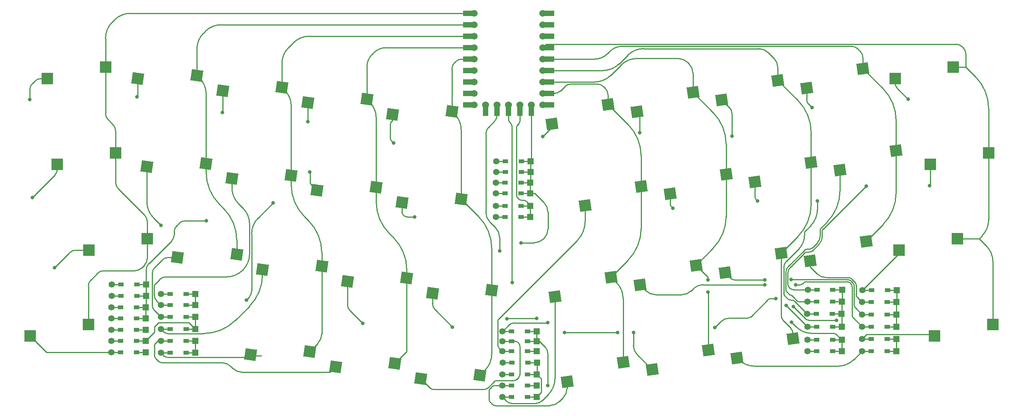
<source format=gbr>
G04 #@! TF.GenerationSoftware,KiCad,Pcbnew,7.0.1-0*
G04 #@! TF.CreationDate,2023-07-08T08:54:48+09:00*
G04 #@! TF.ProjectId,cool838ax,636f6f6c-3833-4386-9178-2e6b69636164,rev?*
G04 #@! TF.SameCoordinates,Original*
G04 #@! TF.FileFunction,Copper,L2,Bot*
G04 #@! TF.FilePolarity,Positive*
%FSLAX46Y46*%
G04 Gerber Fmt 4.6, Leading zero omitted, Abs format (unit mm)*
G04 Created by KiCad (PCBNEW 7.0.1-0) date 2023-07-08 08:54:48*
%MOMM*%
%LPD*%
G01*
G04 APERTURE LIST*
G04 Aperture macros list*
%AMRotRect*
0 Rectangle, with rotation*
0 The origin of the aperture is its center*
0 $1 length*
0 $2 width*
0 $3 Rotation angle, in degrees counterclockwise*
0 Add horizontal line*
21,1,$1,$2,0,0,$3*%
G04 Aperture macros list end*
G04 #@! TA.AperFunction,SMDPad,CuDef*
%ADD10R,2.550000X2.500000*%
G04 #@! TD*
G04 #@! TA.AperFunction,SMDPad,CuDef*
%ADD11RotRect,2.550000X2.500000X352.000000*%
G04 #@! TD*
G04 #@! TA.AperFunction,SMDPad,CuDef*
%ADD12RotRect,2.550000X2.500000X8.000000*%
G04 #@! TD*
G04 #@! TA.AperFunction,ComponentPad*
%ADD13R,1.397000X1.397000*%
G04 #@! TD*
G04 #@! TA.AperFunction,SMDPad,CuDef*
%ADD14R,1.300000X0.950000*%
G04 #@! TD*
G04 #@! TA.AperFunction,ComponentPad*
%ADD15C,1.397000*%
G04 #@! TD*
G04 #@! TA.AperFunction,ComponentPad*
%ADD16C,1.524000*%
G04 #@! TD*
G04 #@! TA.AperFunction,SMDPad,CuDef*
%ADD17R,2.000000X1.200000*%
G04 #@! TD*
G04 #@! TA.AperFunction,SMDPad,CuDef*
%ADD18R,1.200000X2.000000*%
G04 #@! TD*
G04 #@! TA.AperFunction,ViaPad*
%ADD19C,0.800000*%
G04 #@! TD*
G04 #@! TA.AperFunction,Conductor*
%ADD20C,0.250000*%
G04 #@! TD*
G04 APERTURE END LIST*
D10*
X-236513475Y108684267D03*
X-249440475Y106144267D03*
D11*
X-216221932Y106841283D03*
X-229376627Y106125092D03*
X-197357325Y104190035D03*
X-210512020Y103473844D03*
X-178492719Y101538788D03*
X-191647414Y100822597D03*
X-159628112Y98887540D03*
X-172782807Y98171349D03*
D12*
X-124985883Y100422573D03*
X-137433579Y96108201D03*
X-106121276Y103073820D03*
X-118568972Y98759448D03*
X-87256670Y105725068D03*
X-99704366Y101410696D03*
X-68392063Y108376316D03*
X-80839759Y104061944D03*
D11*
X-195292421Y84662617D03*
X-208447116Y83946426D03*
X-176427814Y82011369D03*
X-189582509Y81295178D03*
X-157563208Y79360122D03*
X-170717903Y78643931D03*
D12*
X-117618484Y82220778D03*
X-130066180Y77906406D03*
X-98753877Y84872026D03*
X-111201573Y80557654D03*
X-79889270Y87523273D03*
X-92336966Y83208901D03*
X-61024664Y90174521D03*
X-73472360Y85860149D03*
D10*
X-40488975Y89634266D03*
X-53415975Y87094266D03*
D11*
X-207375972Y67123634D03*
X-220530667Y66407443D03*
X-188511365Y64472386D03*
X-201666060Y63756195D03*
X-169646759Y61821139D03*
X-182801454Y61104948D03*
X-150782152Y59169891D03*
X-163936847Y58453700D03*
D10*
X-48335000Y108720000D03*
X-61262000Y106180000D03*
X-234265000Y89650000D03*
X-247192000Y87110000D03*
D11*
X-191178012Y45545677D03*
X-204332707Y44829486D03*
D10*
X-47435000Y70550000D03*
X-60362000Y68010000D03*
X-227265000Y70570000D03*
X-240192000Y68030000D03*
D11*
X-172266888Y42881679D03*
X-185421583Y42165488D03*
D12*
X-121620451Y43180761D03*
X-134068147Y38866389D03*
D13*
X-73073475Y56576266D03*
D14*
X-75108475Y56576266D03*
X-78658475Y56576266D03*
D15*
X-80693475Y56576266D03*
D13*
X-140843475Y45626266D03*
D14*
X-142878475Y45626266D03*
X-146428475Y45626266D03*
D15*
X-148463475Y45626266D03*
D12*
X-67653926Y69997027D03*
X-80101622Y65682655D03*
D13*
X-140843475Y37968766D03*
D14*
X-142878475Y37968766D03*
X-146428475Y37968766D03*
D15*
X-148463475Y37968766D03*
D13*
X-142238475Y75400266D03*
D14*
X-144273475Y75400266D03*
X-147823475Y75400266D03*
D15*
X-149858475Y75400266D03*
D13*
X-227563475Y45366266D03*
D14*
X-229598475Y45366266D03*
X-233148475Y45366266D03*
D15*
X-235183475Y45366266D03*
D12*
X-86543926Y67357027D03*
X-98991622Y63042655D03*
D13*
X-227563475Y50374266D03*
D14*
X-229598475Y50374266D03*
X-233148475Y50374266D03*
D15*
X-235183475Y50374266D03*
D13*
X-140743475Y43086266D03*
D14*
X-142778475Y43086266D03*
X-146328475Y43086266D03*
D15*
X-148363475Y43086266D03*
D13*
X-60958475Y56506266D03*
D14*
X-62993475Y56506266D03*
X-66543475Y56506266D03*
D15*
X-68578475Y56506266D03*
D13*
X-60953475Y53756266D03*
D14*
X-62988475Y53756266D03*
X-66538475Y53756266D03*
D15*
X-68573475Y53756266D03*
D13*
X-216603475Y45266266D03*
D14*
X-218638475Y45266266D03*
X-222188475Y45266266D03*
D15*
X-224223475Y45266266D03*
D12*
X-105433926Y64687027D03*
X-117881622Y60372655D03*
D13*
X-142213475Y80616266D03*
D14*
X-144248475Y80616266D03*
X-147798475Y80616266D03*
D15*
X-149833475Y80616266D03*
D13*
X-73103475Y48146266D03*
D14*
X-75138475Y48146266D03*
X-78688475Y48146266D03*
D15*
X-80723475Y48146266D03*
D13*
X-216598475Y58346266D03*
D14*
X-218633475Y58346266D03*
X-222183475Y58346266D03*
D15*
X-224218475Y58346266D03*
D13*
X-60953475Y45566266D03*
D14*
X-62988475Y45566266D03*
X-66538475Y45566266D03*
D15*
X-68573475Y45566266D03*
D11*
X-214170925Y87294944D03*
X-227325620Y86578753D03*
D13*
X-73103475Y45566266D03*
D14*
X-75138475Y45566266D03*
X-78688475Y45566266D03*
D15*
X-80723475Y45566266D03*
D10*
X-240323475Y51534267D03*
X-253250475Y48994267D03*
D13*
X-227533475Y57916266D03*
D14*
X-229568475Y57916266D03*
X-233118475Y57916266D03*
D15*
X-235153475Y57916266D03*
D13*
X-140783475Y40476266D03*
D14*
X-142818475Y40476266D03*
X-146368475Y40476266D03*
D15*
X-148403475Y40476266D03*
D13*
X-140795000Y49980000D03*
D14*
X-142830000Y49980000D03*
X-146380000Y49980000D03*
D15*
X-148415000Y49980000D03*
D13*
X-216603475Y55842266D03*
D14*
X-218638475Y55842266D03*
X-222188475Y55842266D03*
D15*
X-224223475Y55842266D03*
D13*
X-216603475Y47910266D03*
D14*
X-218638475Y47910266D03*
X-222188475Y47910266D03*
D15*
X-224223475Y47910266D03*
D13*
X-142153475Y87730266D03*
D14*
X-144188475Y87730266D03*
X-147738475Y87730266D03*
D15*
X-149773475Y87730266D03*
D13*
X-73028475Y59276266D03*
D14*
X-75063475Y59276266D03*
X-78613475Y59276266D03*
D15*
X-80648475Y59276266D03*
D13*
X-227563475Y55382266D03*
D14*
X-229598475Y55382266D03*
X-233148475Y55382266D03*
D15*
X-235183475Y55382266D03*
D13*
X-60878475Y59166266D03*
D14*
X-62913475Y59166266D03*
X-66463475Y59166266D03*
D15*
X-68498475Y59166266D03*
D12*
X-102731013Y45823762D03*
X-115178709Y41509390D03*
D13*
X-227563475Y52878266D03*
D14*
X-229598475Y52878266D03*
X-233148475Y52878266D03*
D15*
X-235183475Y52878266D03*
D13*
X-60953475Y48296266D03*
D14*
X-62988475Y48296266D03*
X-66538475Y48296266D03*
D15*
X-68573475Y48296266D03*
D10*
X-39536475Y51534266D03*
X-52463475Y48994266D03*
D13*
X-142143475Y85358933D03*
D14*
X-144178475Y85358933D03*
X-147728475Y85358933D03*
D15*
X-149763475Y85358933D03*
D13*
X-142238475Y77866266D03*
D14*
X-144273475Y77866266D03*
X-147823475Y77866266D03*
D15*
X-149858475Y77866266D03*
D13*
X-140843475Y35416266D03*
D14*
X-142878475Y35416266D03*
X-146428475Y35416266D03*
D15*
X-148463475Y35416266D03*
D13*
X-227473475Y60396266D03*
D14*
X-229508475Y60396266D03*
X-233058475Y60396266D03*
D15*
X-235093475Y60396266D03*
D13*
X-227563475Y47870266D03*
D14*
X-229598475Y47870266D03*
X-233148475Y47870266D03*
D15*
X-235183475Y47870266D03*
D13*
X-73108475Y51016266D03*
D14*
X-75143475Y51016266D03*
X-78693475Y51016266D03*
D15*
X-80728475Y51016266D03*
D12*
X-124294488Y62040028D03*
X-136742184Y57725656D03*
D13*
X-60953475Y51026266D03*
D14*
X-62988475Y51026266D03*
X-66538475Y51026266D03*
D15*
X-68573475Y51026266D03*
D13*
X-216603475Y50554266D03*
D14*
X-218638475Y50554266D03*
X-222188475Y50554266D03*
D15*
X-224223475Y50554266D03*
D13*
X-73178475Y53906266D03*
D14*
X-75213475Y53906266D03*
X-78763475Y53906266D03*
D15*
X-80798475Y53906266D03*
D11*
X-153408012Y40265677D03*
X-166562707Y39549486D03*
D12*
X-83871013Y48393762D03*
X-96318709Y44079390D03*
D13*
X-142213475Y82987600D03*
D14*
X-144248475Y82987600D03*
X-147798475Y82987600D03*
D15*
X-149833475Y82987600D03*
D13*
X-140780000Y47840000D03*
D14*
X-142815000Y47840000D03*
X-146365000Y47840000D03*
D15*
X-148400000Y47840000D03*
D13*
X-216603475Y53198266D03*
D14*
X-218638475Y53198266D03*
X-222188475Y53198266D03*
D15*
X-224223475Y53198266D03*
D16*
X-154663475Y120626266D03*
D17*
X-156133475Y120626266D03*
D16*
X-154663475Y118086266D03*
D17*
X-156133475Y118086266D03*
D16*
X-154663475Y115546266D03*
D17*
X-156133475Y115546266D03*
D16*
X-154663475Y113006266D03*
D17*
X-156133475Y113006266D03*
D16*
X-154663475Y110466266D03*
D17*
X-156133475Y110466266D03*
D16*
X-154663475Y107926266D03*
D17*
X-156133475Y107926266D03*
D16*
X-154663475Y105386266D03*
D17*
X-156133475Y105386266D03*
D16*
X-154663475Y102846266D03*
D17*
X-156133475Y102846266D03*
D16*
X-154663475Y100306266D03*
D17*
X-156133475Y100306266D03*
D18*
X-152123475Y98846266D03*
D16*
X-152123475Y100306266D03*
D18*
X-149583475Y98836266D03*
D16*
X-149583475Y100306266D03*
D18*
X-147043475Y98846266D03*
D16*
X-147043475Y100306266D03*
X-144503475Y100306266D03*
D18*
X-144513475Y98836266D03*
X-141953475Y98846266D03*
D16*
X-141963475Y100306266D03*
D17*
X-137953475Y100306266D03*
D16*
X-139423475Y100306266D03*
D17*
X-137953475Y102846266D03*
D16*
X-139423475Y102846266D03*
D17*
X-137953475Y105386266D03*
D16*
X-139423475Y105386266D03*
D17*
X-137953475Y107926266D03*
D16*
X-139423475Y107926266D03*
D17*
X-137953475Y110466266D03*
D16*
X-139423475Y110466266D03*
D17*
X-137953475Y113006266D03*
D16*
X-139423475Y113006266D03*
D17*
X-137953475Y115546266D03*
D16*
X-139423475Y115546266D03*
D17*
X-137953475Y118086266D03*
D16*
X-139423475Y118086266D03*
D17*
X-137953475Y120626266D03*
D16*
X-139423475Y120626266D03*
D19*
X-83340000Y60310000D03*
X-159480000Y50940000D03*
X-147420000Y52790000D03*
X-140843475Y52856266D03*
X-205250000Y56970000D03*
X-199280000Y78516266D03*
X-229540000Y102090000D03*
X-224218475Y73580198D03*
X-119340000Y49790000D03*
X-134650000Y49740000D03*
X-122860000Y49760000D03*
X-138360000Y51930000D03*
X-102750000Y61450000D03*
X-102750000Y58690000D03*
X-84260000Y52050000D03*
X-214093475Y74556266D03*
X-144243475Y69666266D03*
X-101283475Y50836266D03*
X-74223475Y52496266D03*
X-146253475Y60836266D03*
X-83853475Y55486266D03*
X-87683475Y57296266D03*
X-138333475Y37968766D03*
X-149043475Y67856266D03*
X-253333475Y101486266D03*
X-210563475Y98576266D03*
X-191623475Y96606266D03*
X-172563475Y91806266D03*
X-139433475Y93286266D03*
X-117973475Y94096266D03*
X-97453475Y93356266D03*
X-79703475Y99726266D03*
X-191153475Y85406266D03*
X-167863475Y75426266D03*
X-85443475Y55796266D03*
X-110553475Y77386266D03*
X-91793475Y78926266D03*
X-78503475Y78966266D03*
X-67643475Y82296266D03*
X-53613475Y82366266D03*
X-179403475Y51746266D03*
X-90193475Y60376266D03*
X-84333475Y61486266D03*
X-90213475Y61456266D03*
X-58363475Y101546266D03*
X-252723475Y79736266D03*
X-247853475Y64106266D03*
D20*
X-80895786Y61036265D02*
G75*
G03*
X-81602892Y60743372I-3J-999993D01*
G01*
X-82450480Y60310001D02*
G75*
G03*
X-81743374Y60602894I1J999998D01*
G01*
X-81743373Y60602893D02*
X-81602893Y60743373D01*
X-74523475Y61036266D02*
X-80895786Y61036266D01*
X-83340000Y60310000D02*
X-82450480Y60310000D01*
X-85058474Y60480175D02*
G75*
G03*
X-84765581Y59773069I999998J-1D01*
G01*
X-84561673Y59569159D02*
X-84765582Y59773068D01*
X-152246618Y41427071D02*
G75*
G03*
X-150782152Y44962605I-3535532J3535533D01*
G01*
X-150782152Y59169891D02*
X-150782152Y44962605D01*
X-152246618Y41427071D02*
X-153408012Y40265677D01*
X-149157107Y52822635D02*
G75*
G03*
X-149450000Y52115528I707101J-707104D01*
G01*
X-147353734Y52856266D02*
X-147420000Y52790000D01*
X-140843475Y52856266D02*
X-147353734Y52856266D01*
X-131823539Y70146202D02*
G75*
G03*
X-130066180Y74388842I-4242644J4242642D01*
G01*
X-132663475Y69306266D02*
X-132673475Y69306266D01*
X-149449999Y47027005D02*
G75*
G03*
X-149157106Y46319899I999993J-3D01*
G01*
X-149157107Y46319898D02*
X-148463475Y45626266D01*
X-130066180Y77906406D02*
X-130066180Y74388842D01*
X-131823539Y70146202D02*
X-132663475Y69306266D01*
X-132673475Y69306266D02*
X-149157107Y52822635D01*
X-149450000Y52115528D02*
X-149450000Y47027005D01*
X-144520001Y46665786D02*
G75*
G03*
X-144812894Y47372892I-999993J3D01*
G01*
X-144987107Y47547107D02*
G75*
G03*
X-145694214Y47840000I-707104J-707101D01*
G01*
X-145920504Y39063711D02*
G75*
G03*
X-145213398Y39356604I3J999993D01*
G01*
X-144812893Y39757107D02*
G75*
G03*
X-144520000Y40464214I-707101J707104D01*
G01*
X-163936846Y56225274D02*
G75*
G03*
X-163351059Y54811061I1999999J0D01*
G01*
X-163936847Y58453700D02*
X-163936847Y56225274D01*
X-163351060Y54811060D02*
X-159480000Y50940000D01*
X-149621316Y39063709D02*
G75*
G03*
X-150328422Y38770816I-3J-999993D01*
G01*
X-146365000Y47840000D02*
X-145694214Y47840000D01*
X-152413454Y37100001D02*
G75*
G03*
X-151706348Y37392894I1J999998D01*
G01*
X-164406114Y37392893D02*
G75*
G03*
X-163699007Y37100000I707104J707101D01*
G01*
X-144987107Y47547107D02*
X-144812893Y47372893D01*
X-144520000Y46665786D02*
X-144520000Y40464214D01*
X-144812893Y39757107D02*
X-145213397Y39356603D01*
X-145920504Y39063710D02*
X-149621316Y39063710D01*
X-150328423Y38770817D02*
X-151706347Y37392893D01*
X-152413454Y37100000D02*
X-163699007Y37100000D01*
X-164406114Y37392893D02*
X-166562707Y39549486D01*
X-204669261Y57550739D02*
G75*
G03*
X-204083475Y58964952I-1414214J1414213D01*
G01*
X-202619009Y75177257D02*
G75*
G03*
X-204083475Y71641723I3535532J-3535533D01*
G01*
X-205250000Y56970000D02*
X-204669261Y57550739D01*
X-204083475Y58964952D02*
X-204083475Y71641723D01*
X-202619009Y75177257D02*
X-199280000Y78516266D01*
X-229376627Y102253373D02*
X-229376627Y106125092D01*
X-229540000Y102090000D02*
X-229376627Y102253373D01*
X-227325620Y78758411D02*
G75*
G03*
X-225861154Y75222877I4999998J-1D01*
G01*
X-227265001Y74426573D02*
G75*
G03*
X-227850787Y75840785I-1999999J0D01*
G01*
X-234264999Y83083427D02*
G75*
G03*
X-233679212Y81669214I1999999J0D01*
G01*
X-234265001Y94496573D02*
G75*
G03*
X-234850787Y95910785I-1999999J0D01*
G01*
X-236513474Y98401902D02*
G75*
G03*
X-235927687Y96987689I1999999J0D01*
G01*
X-236513475Y98401902D02*
X-236513475Y108684267D01*
X-234265000Y89650000D02*
X-234265000Y83083427D01*
X-233679213Y81669213D02*
X-227850786Y75840786D01*
X-227265000Y74426573D02*
X-227265000Y70570000D01*
X-235927688Y96987688D02*
X-234850786Y95910786D01*
X-234265000Y94496573D02*
X-234265000Y89650000D01*
X-220674213Y73485787D02*
G75*
G03*
X-221260000Y72071573I1414213J-1414214D01*
G01*
X-221845786Y70084214D02*
G75*
G03*
X-221260000Y71498427I-1414214J1414213D01*
G01*
X-218775307Y74556265D02*
G75*
G03*
X-220189519Y73970479I0J-1999999D01*
G01*
X-226887688Y65070420D02*
G75*
G03*
X-227473475Y63656206I1414213J-1414214D01*
G01*
X-227473475Y60396266D02*
X-227473475Y63656206D01*
X-226887688Y65070420D02*
X-226859580Y65070420D01*
X-226859580Y65070420D02*
X-221845786Y70084214D01*
X-221260000Y71498427D02*
X-221260000Y72071573D01*
X-220674213Y73485787D02*
X-220189520Y73970480D01*
X-218775307Y74556266D02*
X-214093475Y74556266D01*
X-227325620Y86578753D02*
X-227325620Y78758411D01*
X-225861154Y75222877D02*
X-224218475Y73580198D01*
X-236891573Y63469999D02*
G75*
G03*
X-238305786Y62884212I0J-1999999D01*
G01*
X-229958427Y63470001D02*
G75*
G03*
X-228544215Y64055787I0J1999999D01*
G01*
X-227850787Y64749213D02*
G75*
G03*
X-227265000Y66163427I-1414213J1414214D01*
G01*
X-239737689Y61452311D02*
G75*
G03*
X-240323475Y60038098I1414214J-1414213D01*
G01*
X-229958427Y63470000D02*
X-236891573Y63470000D01*
X-227265000Y70570000D02*
X-227265000Y66163427D01*
X-227850787Y64749213D02*
X-228544214Y64055786D01*
X-240323475Y57310000D02*
X-240323475Y51534267D01*
X-240323475Y60038098D02*
X-240323475Y57310000D01*
X-238305787Y62884213D02*
X-239737689Y61452311D01*
X-247777787Y84681954D02*
G75*
G03*
X-247192000Y86096168I-1414213J1414214D01*
G01*
X-247192000Y87110000D02*
X-247192000Y86096168D01*
X-247777787Y84681954D02*
X-252723475Y79736266D01*
X-243101314Y68029999D02*
G75*
G03*
X-244515527Y67444212I0J-1999999D01*
G01*
X-240192000Y68030000D02*
X-243101314Y68030000D01*
X-244515528Y67444213D02*
X-247853475Y64106266D01*
X-61261999Y105273218D02*
G75*
G03*
X-60676212Y103859005I1999999J0D01*
G01*
X-48335000Y108720000D02*
X-45573208Y108720000D01*
X-45573208Y108720000D02*
X-45537475Y108684267D01*
X-61262000Y106180000D02*
X-61262000Y105273218D01*
X-60676213Y103859004D02*
X-58363475Y101546266D01*
X-60362000Y68010000D02*
X-60362000Y67302741D01*
X-60362000Y67302741D02*
X-68498475Y59166266D01*
X-47435000Y70550000D02*
X-42618241Y70550000D01*
X-42618241Y70550000D02*
X-42583975Y70584266D01*
X-83871014Y49336419D02*
G75*
G03*
X-84456801Y50750632I-1999999J0D01*
G01*
X-86543925Y53666186D02*
G75*
G03*
X-85958139Y52251974I1999999J0D01*
G01*
X-86543926Y53666186D02*
X-86543926Y54250000D01*
X-86543926Y67357027D02*
X-86543926Y54250000D01*
X-83871013Y48393762D02*
X-83871013Y49336419D01*
X-84456800Y50750633D02*
X-85958140Y52251973D01*
X-138333476Y45125198D02*
G75*
G03*
X-138919262Y46539410I-1999999J0D01*
G01*
X-145674073Y51892499D02*
G75*
G03*
X-147088285Y51306713I0J-1999999D01*
G01*
X-119340000Y46913322D02*
G75*
G03*
X-118461320Y44792001I3000005J2D01*
G01*
X-134650000Y49740000D02*
X-122880000Y49740000D01*
X-148415000Y49980000D02*
X-147088286Y51306714D01*
X-145674073Y51892500D02*
X-138397500Y51892500D01*
X-122880000Y49740000D02*
X-122860000Y49760000D01*
X-138397500Y51892500D02*
X-138360000Y51930000D01*
X-119340000Y49790000D02*
X-119340000Y46913322D01*
X-118461320Y44792001D02*
X-115178709Y41509390D01*
X-102731013Y45823762D02*
X-102731013Y58671013D01*
X-102731013Y58671013D02*
X-102750000Y58690000D01*
X-102750000Y61450000D02*
X-102750000Y62003101D01*
X-102750000Y62003101D02*
X-105433926Y64687027D01*
X-148415000Y49980000D02*
X-146380000Y49980000D01*
X-148400000Y47840000D02*
X-146365000Y47840000D01*
X-140780000Y47840000D02*
X-142815000Y47840000D01*
X-140795000Y49980000D02*
X-142830000Y49980000D01*
X-140795000Y49980000D02*
X-140795000Y47855000D01*
X-140795000Y47855000D02*
X-140780000Y47840000D01*
X-140780000Y47840000D02*
X-140219850Y47840000D01*
X-140219850Y47840000D02*
X-138919261Y46539411D01*
X-189390045Y47333644D02*
G75*
G03*
X-188511365Y49454965I-2121325J2121323D01*
G01*
X-188511365Y64472386D02*
X-188511365Y49454965D01*
X-189390045Y47333644D02*
X-191178012Y45545677D01*
X-208641320Y42167586D02*
G75*
G03*
X-210762641Y43046266I-2121323J-2121325D01*
G01*
X-208272413Y41798679D02*
G75*
G03*
X-206151093Y40920000I2121319J2121319D01*
G01*
X-225673474Y44730480D02*
G75*
G03*
X-225380581Y44023374I999993J-3D01*
G01*
X-224696368Y43339159D02*
G75*
G03*
X-223989261Y43046266I707106J707106D01*
G01*
X-224223475Y47910266D02*
X-224849475Y47910266D01*
X-225380582Y47379159D02*
G75*
G03*
X-225673475Y46672052I707106J-707106D01*
G01*
X-224849475Y47910266D02*
X-225380582Y47379159D01*
X-225673475Y46672052D02*
X-225673475Y44730480D01*
X-225380582Y44023373D02*
X-224696368Y43339159D01*
X-223989261Y43046266D02*
X-210762641Y43046266D01*
X-208641320Y42167586D02*
X-208272413Y41798679D01*
X-206151093Y40920000D02*
X-186667071Y40920000D01*
X-186667071Y40920000D02*
X-185421583Y42165488D01*
X-169646759Y61821139D02*
X-169646759Y45501808D01*
X-169646759Y45501808D02*
X-172266888Y42881679D01*
X-134946826Y35243174D02*
G75*
G03*
X-134068147Y37364494I-2121319J2121319D01*
G01*
X-137896375Y33536266D02*
G75*
G03*
X-135775054Y34414946I-2J3000005D01*
G01*
X-149979261Y33536266D02*
X-137896375Y33536266D01*
X-134068147Y37364494D02*
X-134068147Y38866389D01*
X-135775054Y34414946D02*
X-134946826Y35243174D01*
X-83210732Y51020732D02*
G75*
G03*
X-79675198Y49556266I3535533J3535532D01*
G01*
X-78660000Y49556266D02*
X-79675198Y49556266D01*
X-83210732Y51020732D02*
X-84240000Y52050000D01*
X-78660000Y49556266D02*
X-74927689Y49556266D01*
X-84240000Y52050000D02*
X-84260000Y52050000D01*
X-73937158Y42273651D02*
G75*
G03*
X-70401624Y43738117I1J4999998D01*
G01*
X-95977436Y43738117D02*
G75*
G03*
X-92441902Y42273651I3535533J3535532D01*
G01*
X-92441902Y42273651D02*
X-73937158Y42273651D01*
X-70401624Y43738117D02*
X-68573475Y45566266D01*
X-96318709Y44079390D02*
X-95977436Y43738117D01*
X-121620451Y57294923D02*
G75*
G03*
X-123084917Y60830457I-4999998J1D01*
G01*
X-124294488Y62040028D02*
X-123084917Y60830457D01*
X-121620451Y57294923D02*
X-121620451Y43180761D01*
X-73103475Y48146266D02*
X-73103475Y45566266D01*
X-144188475Y87730266D02*
X-142153475Y87730266D01*
X-229508475Y60396266D02*
X-227473475Y60396266D01*
X-142143475Y83057600D02*
X-142213475Y82987600D01*
X-138303475Y72758907D02*
X-138303475Y76473625D01*
X-142213475Y80616266D02*
X-144248475Y80616266D01*
X-227563475Y55382266D02*
X-227563475Y52878266D01*
X-141203475Y80616266D02*
X-142213475Y80616266D01*
X-227533475Y57916266D02*
X-227533475Y60336266D01*
X-229568475Y57916266D02*
X-227533475Y57916266D01*
X-229598475Y55382266D02*
X-227563475Y55382266D01*
X-227533475Y55412266D02*
X-227563475Y55382266D01*
X-144243475Y69666266D02*
X-141396116Y69666266D01*
X-142143475Y85358933D02*
X-144178475Y85358933D01*
X-142143475Y85358933D02*
X-142143475Y83057600D01*
X-227533475Y60336266D02*
X-227473475Y60396266D01*
X-142143475Y85358933D02*
X-142143475Y87720266D01*
X-141963475Y100306266D02*
X-141963475Y87920266D01*
X-73103475Y45566266D02*
X-75138475Y45566266D01*
X-75138475Y48146266D02*
X-73103475Y48146266D01*
X-139274795Y70544946D02*
X-139182154Y70637587D01*
X-74220582Y49263373D02*
X-73103475Y48146266D01*
X-229598475Y52878266D02*
X-227563475Y52878266D01*
X-142143475Y87720266D02*
X-142153475Y87730266D01*
X-139182155Y78594946D02*
X-141203475Y80616266D01*
X-141963475Y87920266D02*
X-142153475Y87730266D01*
X-144248475Y82987600D02*
X-142213475Y82987600D01*
X-142213475Y82987600D02*
X-142213475Y80616266D01*
X-227533475Y57916266D02*
X-227533475Y55412266D01*
X-74220582Y49263373D02*
G75*
G03*
X-74927689Y49556266I-707104J-707101D01*
G01*
X-138303475Y76473625D02*
G75*
G03*
X-139182155Y78594946I-3000005J-2D01*
G01*
X-139182154Y70637587D02*
G75*
G03*
X-138303475Y72758907I-2121319J2121319D01*
G01*
X-141396116Y69666266D02*
G75*
G03*
X-139274795Y70544946I-2J3000005D01*
G01*
X-145265474Y95215786D02*
X-145265474Y80272479D01*
X-142238475Y78061266D02*
X-142238475Y77866266D01*
X-73103475Y53718266D02*
X-73103475Y51156266D01*
X-73073475Y56576266D02*
X-75108475Y56576266D01*
X-73028475Y59276266D02*
X-73028475Y56631266D01*
X-218638475Y55842266D02*
X-216603475Y55842266D01*
X-73043475Y56616266D02*
X-73043475Y53778266D01*
X-73178475Y53906266D02*
X-75213475Y53906266D01*
X-140843475Y45626266D02*
X-142878475Y45626266D01*
X-144796368Y96099106D02*
X-144972581Y95922893D01*
X-144099261Y79106266D02*
X-143697689Y79106266D01*
X-142238475Y75400266D02*
X-142238475Y77866266D01*
X-75063475Y59276266D02*
X-73028475Y59276266D01*
X-142238475Y77866266D02*
X-144273475Y77866266D01*
X-144972581Y79565372D02*
X-144806368Y79399159D01*
X-144273475Y75400266D02*
X-142238475Y75400266D01*
X-73043475Y53778266D02*
X-73103475Y53718266D01*
X-216598475Y58346266D02*
X-216598475Y55847266D01*
X-144503475Y100306266D02*
X-144503475Y96806213D01*
X-216598475Y55847266D02*
X-216603475Y55842266D01*
X-229598475Y50374266D02*
X-227563475Y50374266D01*
X-142990582Y78813373D02*
X-142238475Y78061266D01*
X-73108475Y51016266D02*
X-75143475Y51016266D01*
X-218633475Y58346266D02*
X-216598475Y58346266D01*
X-144972581Y95922893D02*
G75*
G03*
X-145265474Y95215786I707101J-707104D01*
G01*
X-144806368Y79399159D02*
G75*
G03*
X-144099261Y79106266I707104J707101D01*
G01*
X-145265473Y80272479D02*
G75*
G03*
X-144972580Y79565373I999993J-3D01*
G01*
X-144796368Y96099106D02*
G75*
G03*
X-144503475Y96806213I-707101J707104D01*
G01*
X-142990582Y78813373D02*
G75*
G03*
X-143697689Y79106266I-707104J-707101D01*
G01*
X-60878475Y56586266D02*
X-60958475Y56506266D01*
X-97910834Y52966266D02*
X-94313475Y52966266D01*
X-140783475Y40476266D02*
X-142818475Y40476266D01*
X-60953475Y53756266D02*
X-60953475Y56501266D01*
X-60878475Y59166266D02*
X-60878475Y56586266D01*
X-218638475Y50554266D02*
X-216603475Y50554266D01*
X-216603475Y53198266D02*
X-218638475Y53198266D01*
X-218025475Y51976266D02*
X-216603475Y50554266D01*
X-227563475Y47870266D02*
X-225633475Y49800266D01*
X-140843475Y35416266D02*
X-139819975Y36439766D01*
X-101283475Y50836266D02*
X-100032154Y52087587D01*
X-146281476Y60864267D02*
X-146253475Y60836266D01*
X-60953475Y51026266D02*
X-60953475Y53756266D01*
X-216603475Y50554266D02*
X-216603475Y53198266D01*
X-146281476Y95495786D02*
X-146281476Y60864267D01*
X-60958475Y56506266D02*
X-62993475Y56506266D01*
X-146750582Y96379106D02*
X-146574369Y96202893D01*
X-225633475Y49800266D02*
X-225633475Y51026266D01*
X-147043475Y100306266D02*
X-147043475Y97086213D01*
X-94313475Y52966266D02*
X-93957689Y52966266D01*
X-139819975Y39512766D02*
X-140783475Y40476266D01*
X-62913475Y59166266D02*
X-60878475Y59166266D01*
X-227563475Y47870266D02*
X-229598475Y47870266D01*
X-88799261Y57296266D02*
X-87683475Y57296266D01*
X-140743475Y43086266D02*
X-140743475Y40516266D01*
X-224683475Y51976266D02*
X-218025475Y51976266D01*
X-83853475Y55486266D02*
X-81156368Y52789159D01*
X-60953475Y53756266D02*
X-62988475Y53756266D01*
X-140743475Y40516266D02*
X-140783475Y40476266D01*
X-80449261Y52496266D02*
X-74223475Y52496266D01*
X-139819975Y36439766D02*
X-139819975Y39512766D01*
X-60953475Y51026266D02*
X-62988475Y51026266D01*
X-60953475Y56501266D02*
X-60958475Y56506266D01*
X-225633475Y51026266D02*
X-224683475Y51976266D01*
X-140843475Y35416266D02*
X-142878475Y35416266D01*
X-142778475Y43086266D02*
X-140743475Y43086266D01*
X-93250582Y53259159D02*
X-89506368Y57003373D01*
X-97910834Y52966266D02*
G75*
G03*
X-100032154Y52087587I-1J-2999998D01*
G01*
X-81156368Y52789159D02*
G75*
G03*
X-80449261Y52496266I707106J707106D01*
G01*
X-147043474Y97086213D02*
G75*
G03*
X-146750581Y96379107I999993J-3D01*
G01*
X-93957689Y52966267D02*
G75*
G03*
X-93250583Y53259160I1J999998D01*
G01*
X-146281477Y95495786D02*
G75*
G03*
X-146574370Y96202892I-999993J3D01*
G01*
X-88799261Y57296265D02*
G75*
G03*
X-89506367Y57003372I-1J-999998D01*
G01*
X-216603475Y47910266D02*
X-216603475Y45266266D01*
X-140843475Y37968766D02*
X-142878475Y37968766D01*
X-152073475Y93901573D02*
X-152073475Y76408907D01*
X-60953475Y45566266D02*
X-60953475Y48296266D01*
X-149043475Y70893625D02*
X-149043475Y67856266D01*
X-60953475Y45566266D02*
X-62988475Y45566266D01*
X-149583475Y100306266D02*
X-149583475Y98048427D01*
X-60953475Y48296266D02*
X-62988475Y48296266D01*
X-150169262Y96634213D02*
X-151487689Y95315786D01*
X-151194795Y74287586D02*
X-149922154Y73014945D01*
X-218638475Y45266266D02*
X-216603475Y45266266D01*
X-138333475Y45125198D02*
X-138333475Y37968766D01*
X-229598475Y45366266D02*
X-227563475Y45366266D01*
X-216603475Y47910266D02*
X-218638475Y47910266D01*
X-151487689Y95315786D02*
G75*
G03*
X-152073475Y93901573I1414214J-1414213D01*
G01*
X-149043475Y70893625D02*
G75*
G03*
X-149922154Y73014945I-2999998J1D01*
G01*
X-152073475Y76408907D02*
G75*
G03*
X-151194795Y74287586I3000005J2D01*
G01*
X-150169262Y96634213D02*
G75*
G03*
X-149583475Y98048427I-1414213J1414214D01*
G01*
X-236513475Y115095198D02*
X-236513475Y108684267D01*
X-154663475Y120626266D02*
X-230982407Y120626266D01*
X-234517941Y119161800D02*
X-235049009Y118630732D01*
X-230982407Y120626266D02*
G75*
G03*
X-234517941Y119161800I-1J-4999998D01*
G01*
X-235049009Y118630732D02*
G75*
G03*
X-236513475Y115095198I3535532J-3535533D01*
G01*
X-214170925Y102719208D02*
X-214170925Y87294944D01*
X-216221932Y112696741D02*
X-216221932Y106841283D01*
X-154663475Y118086266D02*
X-210832407Y118086266D01*
X-207375972Y67123634D02*
X-207375972Y70239177D01*
X-216221932Y106841283D02*
X-215635391Y106254742D01*
X-214170925Y85318402D02*
X-214170925Y87294944D01*
X-214367941Y116621800D02*
X-214757466Y116232275D01*
X-210304904Y77310245D02*
X-211241993Y78247334D01*
X-207375973Y70239177D02*
G75*
G03*
X-210304904Y77310245I-10000006J-2D01*
G01*
X-210832407Y118086266D02*
G75*
G03*
X-214367941Y116621800I-1J-4999998D01*
G01*
X-214170924Y85318402D02*
G75*
G03*
X-211241993Y78247334I10000006J2D01*
G01*
X-214170925Y102719208D02*
G75*
G03*
X-215635391Y106254742I-4999998J1D01*
G01*
X-214757466Y116232275D02*
G75*
G03*
X-216221932Y112696741I3535532J-3535533D01*
G01*
X-154663475Y115546266D02*
X-191262407Y115546266D01*
X-195292421Y82573882D02*
X-195292421Y84662617D01*
X-194797941Y114081800D02*
X-195892859Y112986882D01*
X-195292421Y100054063D02*
X-195292421Y84662617D01*
X-188511365Y64472386D02*
X-188511365Y67508554D01*
X-197357325Y104190035D02*
X-196756887Y103589597D01*
X-191440297Y74579622D02*
X-192363489Y75502814D01*
X-197357325Y109451348D02*
X-197357325Y104190035D01*
X-195892859Y112986882D02*
G75*
G03*
X-197357325Y109451348I3535532J-3535533D01*
G01*
X-191262407Y115546266D02*
G75*
G03*
X-194797941Y114081800I-1J-4999998D01*
G01*
X-188511365Y67508554D02*
G75*
G03*
X-191440297Y74579622I-9999996J2D01*
G01*
X-195292421Y100054063D02*
G75*
G03*
X-196756887Y103589597I-4999998J1D01*
G01*
X-195292420Y82573882D02*
G75*
G03*
X-192363489Y75502814I10000006J2D01*
G01*
X-176427814Y97402815D02*
X-176427814Y82011369D01*
X-169646759Y61821139D02*
X-169646759Y63727414D01*
X-172575691Y70798482D02*
X-173498882Y71721673D01*
X-178492719Y108690168D02*
X-178492719Y101538788D01*
X-178492719Y101538788D02*
X-177892280Y100938349D01*
X-177005048Y111834693D02*
X-177321146Y111518595D01*
X-154663475Y113006266D02*
X-174176621Y113006266D01*
X-176427814Y78792741D02*
X-176427814Y82011369D01*
X-177321146Y111518595D02*
G75*
G03*
X-178492719Y108690168I2828426J-2828427D01*
G01*
X-176427814Y97402815D02*
G75*
G03*
X-177892280Y100938349I-4999998J1D01*
G01*
X-176427814Y78792741D02*
G75*
G03*
X-173498882Y71721673I9999996J-2D01*
G01*
X-174176621Y113006266D02*
G75*
G03*
X-177005048Y111834693I0J-3999999D01*
G01*
X-169646759Y63727414D02*
G75*
G03*
X-172575691Y70798482I-9999996J2D01*
G01*
X-159628112Y98887540D02*
X-159628112Y108243202D01*
X-157563208Y94751568D02*
X-157563208Y79360122D01*
X-159042325Y109657416D02*
X-158819261Y109880480D01*
X-159628112Y98887540D02*
X-159027674Y98287102D01*
X-150782152Y68436930D02*
X-150782152Y59169891D01*
X-157405048Y110466266D02*
X-154663475Y110466266D01*
X-157563208Y79360122D02*
X-153711084Y75507998D01*
X-150782152Y68436930D02*
G75*
G03*
X-153711084Y75507998I-9999996J2D01*
G01*
X-157405048Y110466265D02*
G75*
G03*
X-158819260Y109880479I0J-1999999D01*
G01*
X-157563208Y94751568D02*
G75*
G03*
X-159027674Y98287102I-4999998J1D01*
G01*
X-159042325Y109657416D02*
G75*
G03*
X-159628112Y108243202I1414213J-1414214D01*
G01*
X-120547416Y65787100D02*
X-124294488Y62040028D01*
X-117618484Y82220778D02*
X-117618484Y72858168D01*
X-135487688Y103432053D02*
X-134569261Y104350480D01*
X-124985883Y102530247D02*
X-124985883Y100422573D01*
X-139423475Y102846266D02*
X-136901902Y102846266D01*
X-133155048Y104936266D02*
X-127391902Y104936266D01*
X-117618484Y88913038D02*
X-117618484Y82220778D01*
X-124985883Y100422573D02*
X-120547416Y95984106D01*
X-125977688Y104350479D02*
X-125571669Y103944460D01*
X-117618484Y88913038D02*
G75*
G03*
X-120547416Y95984106I-9999996J2D01*
G01*
X-124985884Y102530247D02*
G75*
G03*
X-125571670Y103944459I-1999999J0D01*
G01*
X-125977688Y104350479D02*
G75*
G03*
X-127391902Y104936266I-1414214J-1414213D01*
G01*
X-120547416Y65787100D02*
G75*
G03*
X-117618484Y72858168I-7071075J7071070D01*
G01*
X-133155048Y104936265D02*
G75*
G03*
X-134569260Y104350479I0J-1999999D01*
G01*
X-136901902Y102846267D02*
G75*
G03*
X-135487689Y103432054I0J1999999D01*
G01*
X-127904543Y105386266D02*
X-139423475Y105386266D01*
X-101682809Y68438144D02*
X-105433926Y64687027D01*
X-106999956Y109432747D02*
X-107284796Y109717587D01*
X-98753877Y91564285D02*
X-98753877Y84872026D01*
X-122087941Y109131800D02*
X-124369009Y106850732D01*
X-109406116Y110596266D02*
X-118552407Y110596266D01*
X-106121276Y103073820D02*
X-101682809Y98635353D01*
X-98753877Y84872026D02*
X-98753877Y75509212D01*
X-106121276Y103073820D02*
X-106121276Y107311426D01*
X-107284796Y109717587D02*
G75*
G03*
X-109406116Y110596266I-2121319J-2121319D01*
G01*
X-101682809Y68438144D02*
G75*
G03*
X-98753877Y75509212I-7071064J7071066D01*
G01*
X-106121277Y107311426D02*
G75*
G03*
X-106999957Y109432746I-2999993J3D01*
G01*
X-98753878Y91564285D02*
G75*
G03*
X-101682809Y98635353I-10000006J-2D01*
G01*
X-127904543Y105386266D02*
G75*
G03*
X-124369009Y106850732I1J4999998D01*
G01*
X-118552407Y110596266D02*
G75*
G03*
X-122087941Y109131800I-1J-4999998D01*
G01*
X-87256670Y108516820D02*
X-87256670Y105725068D01*
X-82818202Y71082751D02*
X-86543926Y67357027D01*
X-79889270Y87523273D02*
X-79889270Y78153819D01*
X-89394795Y111897586D02*
X-88135349Y110638140D01*
X-87256670Y105725068D02*
X-82818202Y101286600D01*
X-122529009Y109390732D02*
X-120597941Y111321800D01*
X-79889270Y94215532D02*
X-79889270Y87523273D01*
X-117062407Y112786266D02*
X-92546784Y112786266D01*
X-92546784Y112786266D02*
X-92536784Y112776266D01*
X-92536784Y112776266D02*
X-91516116Y112776266D01*
X-139423475Y107926266D02*
X-126064543Y107926266D01*
X-79889271Y94215532D02*
G75*
G03*
X-82818202Y101286600I-10000006J-2D01*
G01*
X-126064543Y107926266D02*
G75*
G03*
X-122529009Y109390732I1J4999998D01*
G01*
X-82818202Y71082751D02*
G75*
G03*
X-79889270Y78153819I-7071075J7071070D01*
G01*
X-87256670Y108516820D02*
G75*
G03*
X-88135349Y110638140I-2999998J1D01*
G01*
X-89394795Y111897586D02*
G75*
G03*
X-91516116Y112776266I-2121323J-2121325D01*
G01*
X-117062407Y112786266D02*
G75*
G03*
X-120597941Y111321800I-1J-4999998D01*
G01*
X-68392063Y110174854D02*
X-68383475Y110183442D01*
X-68392063Y108376316D02*
X-63953596Y103937849D01*
X-63953596Y73697357D02*
X-67653926Y69997027D01*
X-124593049Y112146692D02*
X-125101902Y111637839D01*
X-127930329Y110466266D02*
X-139423475Y110466266D01*
X-70943901Y113318265D02*
X-121764622Y113318265D01*
X-61024664Y90174521D02*
X-61024664Y80768425D01*
X-68969262Y112172053D02*
X-69529688Y112732479D01*
X-68383475Y110183442D02*
X-68383475Y110757839D01*
X-68392063Y108376316D02*
X-68392063Y110174854D01*
X-61024664Y96866781D02*
X-61024664Y90174521D01*
X-63953596Y73697357D02*
G75*
G03*
X-61024664Y80768425I-7071064J7071066D01*
G01*
X-68383476Y110757839D02*
G75*
G03*
X-68969263Y112172052I-1999999J0D01*
G01*
X-121764622Y113318265D02*
G75*
G03*
X-124593049Y112146692I0J-3999999D01*
G01*
X-69529688Y112732479D02*
G75*
G03*
X-70943901Y113318265I-1414213J-1414214D01*
G01*
X-127930329Y110466266D02*
G75*
G03*
X-125101902Y111637839I0J3999999D01*
G01*
X-61024664Y96866781D02*
G75*
G03*
X-63953596Y103937849I-9999996J2D01*
G01*
X-42583975Y70584266D02*
X-41000941Y69001232D01*
X-45537475Y108684267D02*
X-43417907Y106564699D01*
X-138661476Y113768265D02*
X-47733901Y113768265D01*
X-46319687Y113182478D02*
X-46123261Y112986052D01*
X-39536475Y65465698D02*
X-39536475Y51534266D01*
X-139423475Y113006266D02*
X-138661476Y113768265D01*
X-40488975Y99493631D02*
X-40488975Y89634266D01*
X-40488975Y89634266D02*
X-40488975Y74750334D01*
X-45537475Y111571839D02*
X-45537475Y108684267D01*
X-41953441Y71214800D02*
X-42583975Y70584266D01*
X-45537476Y111571839D02*
G75*
G03*
X-46123262Y112986051I-1999999J0D01*
G01*
X-39536475Y65465698D02*
G75*
G03*
X-41000941Y69001232I-4999998J1D01*
G01*
X-41953441Y71214800D02*
G75*
G03*
X-40488975Y74750334I-3535532J3535533D01*
G01*
X-40488976Y99493631D02*
G75*
G03*
X-43417907Y106564699I-10000006J-2D01*
G01*
X-46319687Y113182478D02*
G75*
G03*
X-47733901Y113768265I-1414214J-1414213D01*
G01*
X-250797047Y106144267D02*
X-249440475Y106144267D01*
X-235183475Y52878266D02*
X-233148475Y52878266D01*
X-252747688Y105022053D02*
X-252211260Y105558481D01*
X-253333475Y101486266D02*
X-253333475Y103607839D01*
X-252747688Y105022053D02*
G75*
G03*
X-253333475Y103607839I1414213J-1414214D01*
G01*
X-250797047Y106144266D02*
G75*
G03*
X-252211259Y105558480I0J-1999999D01*
G01*
X-235183475Y55382266D02*
X-233148475Y55382266D01*
X-210512020Y98627721D02*
X-210512020Y103473844D01*
X-210563475Y98576266D02*
X-210512020Y98627721D01*
X-235093475Y60396266D02*
X-233058475Y60396266D01*
X-191623475Y96606266D02*
X-191647414Y96630205D01*
X-235153475Y57916266D02*
X-233118475Y57916266D01*
X-191647414Y96630205D02*
X-191647414Y100822597D01*
X-173283475Y92940480D02*
X-173283475Y95912052D01*
X-172782807Y96826934D02*
X-172782807Y98171349D01*
X-147798475Y80616266D02*
X-149833475Y80616266D01*
X-172563475Y91806266D02*
X-172990582Y92233373D01*
X-172990582Y96619159D02*
X-172782807Y96826934D01*
X-173283474Y92940480D02*
G75*
G03*
X-172990581Y92233374I999993J-3D01*
G01*
X-172990582Y96619159D02*
G75*
G03*
X-173283475Y95912052I707101J-707104D01*
G01*
X-139433475Y93286266D02*
X-137433579Y95286162D01*
X-149833475Y82987600D02*
X-147798475Y82987600D01*
X-137433579Y95286162D02*
X-137433579Y96108201D01*
X-117973475Y94096266D02*
X-117973475Y98163951D01*
X-117973475Y98163951D02*
X-118568972Y98759448D01*
X-147728475Y85358933D02*
X-149763475Y85358933D01*
X-97453475Y93356266D02*
X-97453475Y98331378D01*
X-98039262Y99745592D02*
X-99704366Y101410696D01*
X-149773475Y87730266D02*
X-147738475Y87730266D01*
X-97453476Y98331378D02*
G75*
G03*
X-98039263Y99745591I-1999999J0D01*
G01*
X-80723475Y45566266D02*
X-78688475Y45566266D01*
X-80839759Y101276764D02*
X-80839759Y104061944D01*
X-79703475Y99726266D02*
X-80546866Y100569657D01*
X-80839758Y101276764D02*
G75*
G03*
X-80546865Y100569658I999993J-3D01*
G01*
X-222188475Y55842266D02*
X-224223475Y55842266D01*
X-225410582Y60589159D02*
X-224489261Y61510480D01*
X-204533475Y67197334D02*
X-204533475Y73825198D01*
X-208447116Y81880975D02*
X-208447116Y83946426D01*
X-224223475Y55842266D02*
X-225117689Y56736480D01*
X-206099009Y63560732D02*
X-205997941Y63661800D01*
X-225703475Y58150693D02*
X-225703475Y59882052D01*
X-205997941Y77360732D02*
X-206982650Y78345441D01*
X-223075048Y62096266D02*
X-209634543Y62096266D01*
X-225703474Y58150693D02*
G75*
G03*
X-225117688Y56736481I1999999J0D01*
G01*
X-223075048Y62096265D02*
G75*
G03*
X-224489260Y61510479I0J-1999999D01*
G01*
X-209634543Y62096266D02*
G75*
G03*
X-206099009Y63560732I1J4999998D01*
G01*
X-204533475Y73825198D02*
G75*
G03*
X-205997941Y77360732I-4999998J1D01*
G01*
X-208447116Y81880975D02*
G75*
G03*
X-206982650Y78345441I4999998J-1D01*
G01*
X-225410582Y60589159D02*
G75*
G03*
X-225703475Y59882052I707101J-707104D01*
G01*
X-205997941Y63661800D02*
G75*
G03*
X-204533475Y67197334I-3535532J3535533D01*
G01*
X-191103475Y85356266D02*
X-191103475Y83230358D01*
X-149858475Y77866266D02*
X-147823475Y77866266D01*
X-191153475Y85406266D02*
X-191103475Y85356266D01*
X-190810582Y82523251D02*
X-189582509Y81295178D01*
X-191103474Y83230358D02*
G75*
G03*
X-190810581Y82523252I999993J-3D01*
G01*
X-170296368Y75719159D02*
X-170425010Y75847801D01*
X-170717903Y76554908D02*
X-170717903Y78643931D01*
X-147823475Y75400266D02*
X-149858475Y75400266D01*
X-167863475Y75426266D02*
X-169589261Y75426266D01*
X-170717902Y76554908D02*
G75*
G03*
X-170425009Y75847802I999993J-3D01*
G01*
X-170296368Y75719159D02*
G75*
G03*
X-169589261Y75426266I707104J707101D01*
G01*
X-146428475Y45626266D02*
X-148463475Y45626266D01*
X-78693475Y51016266D02*
X-80728475Y51016266D01*
X-111201573Y78034364D02*
X-111201573Y80557654D01*
X-85443475Y55731266D02*
X-85443475Y55796266D01*
X-110553475Y77386266D02*
X-111201573Y78034364D01*
X-80728475Y51016266D02*
X-85443475Y55731266D01*
X-85958475Y64157484D02*
X-85958475Y58495480D01*
X-78503475Y78966266D02*
X-78503475Y77023173D01*
X-81379037Y71662329D02*
X-81379037Y71222203D01*
X-91793475Y78926266D02*
X-92044073Y79176864D01*
X-84419261Y56956266D02*
X-84262689Y56956266D01*
X-82550610Y68393776D02*
X-85372688Y65571698D01*
X-83555582Y56663373D02*
X-80798475Y53906266D01*
X-79967941Y73487639D02*
X-81086144Y72369436D01*
X-80798475Y53906266D02*
X-78763475Y53906266D01*
X-92336966Y79883971D02*
X-92336966Y83208901D01*
X-85665582Y57788373D02*
X-85126368Y57249159D01*
X-81086144Y72369436D02*
G75*
G03*
X-81379037Y71662329I707106J-707106D01*
G01*
X-92336965Y79883971D02*
G75*
G03*
X-92044072Y79176865I999998J-1D01*
G01*
X-83555582Y56663373D02*
G75*
G03*
X-84262689Y56956266I-707106J-707106D01*
G01*
X-82550610Y68393776D02*
G75*
G03*
X-81379037Y71222203I-2828426J2828427D01*
G01*
X-85126368Y57249159D02*
G75*
G03*
X-84419261Y56956266I707106J707106D01*
G01*
X-85958474Y58495480D02*
G75*
G03*
X-85665581Y57788374I999998J-1D01*
G01*
X-79967941Y73487639D02*
G75*
G03*
X-78503475Y77023173I-3535532J3535533D01*
G01*
X-85372688Y65571698D02*
G75*
G03*
X-85958475Y64157484I1414213J-1414214D01*
G01*
X-73472360Y81285381D02*
X-73472360Y85860149D01*
X-80693475Y56576266D02*
X-82624972Y56576266D01*
X-84922689Y64454550D02*
X-81410118Y67967123D01*
X-83602079Y57346266D02*
X-83603475Y57346266D01*
X-83603475Y57346266D02*
X-84273475Y58016266D01*
X-84273475Y58016266D02*
X-84336368Y58016266D01*
X-80693475Y56576266D02*
X-78658475Y56576266D01*
X-80703011Y68260016D02*
X-80310335Y68260016D01*
X-84689922Y58162713D02*
X-85215582Y58688373D01*
X-82978526Y56722713D02*
X-83602079Y57346266D01*
X-77605582Y73010023D02*
X-76401292Y74214313D01*
X-77898475Y71086089D02*
X-77898475Y72302916D01*
X-85508475Y59395480D02*
X-85508475Y63040337D01*
X-79603228Y68552909D02*
X-78484261Y69671876D01*
X-80703011Y68260015D02*
G75*
G03*
X-81410117Y67967122I-3J-999993D01*
G01*
X-84922689Y64454550D02*
G75*
G03*
X-85508475Y63040337I1414214J-1414213D01*
G01*
X-82978526Y56722713D02*
G75*
G03*
X-82624972Y56576266I353553J353550D01*
G01*
X-84689922Y58162713D02*
G75*
G03*
X-84336368Y58016266I353553J353550D01*
G01*
X-78484261Y69671876D02*
G75*
G03*
X-77898475Y71086089I-1414214J1414213D01*
G01*
X-85508474Y59395480D02*
G75*
G03*
X-85215581Y58688374I999998J-1D01*
G01*
X-80310335Y68260017D02*
G75*
G03*
X-79603229Y68552910I3J999993D01*
G01*
X-76401292Y74214313D02*
G75*
G03*
X-73472360Y81285381I-7071064J7071066D01*
G01*
X-77605582Y73010023D02*
G75*
G03*
X-77898475Y72302916I707101J-707104D01*
G01*
X-80729813Y67596818D02*
X-80337137Y67596818D01*
X-85058475Y60480175D02*
X-85058475Y62853942D01*
X-79630030Y67889711D02*
X-78034261Y69485480D01*
X-67682943Y82296266D02*
X-67643475Y82296266D01*
X-80648475Y59276266D02*
X-78613475Y59276266D01*
X-77155582Y72823627D02*
X-67682943Y82296266D01*
X-53613475Y82366266D02*
X-53415975Y82563766D01*
X-53415975Y82563766D02*
X-53415975Y87094266D01*
X-77448475Y70899693D02*
X-77448475Y72116520D01*
X-80648475Y59276266D02*
X-83854566Y59276266D01*
X-84472689Y64268155D02*
X-81436920Y67303925D01*
X-78034261Y69485480D02*
G75*
G03*
X-77448475Y70899693I-1414214J1414213D01*
G01*
X-80729813Y67596817D02*
G75*
G03*
X-81436919Y67303924I-1J-999998D01*
G01*
X-84561673Y59569159D02*
G75*
G03*
X-83854566Y59276266I707106J707106D01*
G01*
X-80337137Y67596819D02*
G75*
G03*
X-79630031Y67889712I1J999998D01*
G01*
X-84472689Y64268155D02*
G75*
G03*
X-85058475Y62853942I1414214J-1414213D01*
G01*
X-77155582Y72823627D02*
G75*
G03*
X-77448475Y72116520I707101J-707104D01*
G01*
X-224223475Y53198266D02*
X-222188475Y53198266D01*
X-225567688Y64222053D02*
X-223968084Y65821657D01*
X-222553871Y66407443D02*
X-220530667Y66407443D01*
X-224223475Y53198266D02*
X-225567689Y54542480D01*
X-226153475Y55956693D02*
X-226153475Y62807839D01*
X-222553871Y66407442D02*
G75*
G03*
X-223968083Y65821656I0J-1999999D01*
G01*
X-225567688Y64222053D02*
G75*
G03*
X-226153475Y62807839I1414213J-1414214D01*
G01*
X-226153474Y55956693D02*
G75*
G03*
X-225567688Y54542481I1999999J0D01*
G01*
X-224223475Y50554266D02*
X-222188475Y50554266D01*
X-201666060Y62615817D02*
X-201666060Y63756195D01*
X-224223475Y50554266D02*
X-223492868Y49823659D01*
X-222785761Y49530766D02*
X-214751111Y49530766D01*
X-207680043Y52459698D02*
X-204594992Y55544749D01*
X-204594992Y55544749D02*
G75*
G03*
X-201666060Y62615817I-7071064J7071066D01*
G01*
X-214751111Y49530766D02*
G75*
G03*
X-207680043Y52459698I2J9999996D01*
G01*
X-223492868Y49823659D02*
G75*
G03*
X-222785761Y49530766I707104J707101D01*
G01*
X-182801454Y55972672D02*
X-182801454Y61104948D01*
X-179403475Y51746266D02*
X-182215668Y54558459D01*
X-146368475Y40476266D02*
X-148403475Y40476266D01*
X-182801453Y55972672D02*
G75*
G03*
X-182215667Y54558460I1999999J0D01*
G01*
X-148363475Y43086266D02*
X-146328475Y43086266D01*
X-148363475Y43086266D02*
X-148569413Y43086266D01*
X-147619262Y34572053D02*
X-148463475Y35416266D01*
X-148463475Y35416266D02*
X-146428475Y35416266D01*
X-136742184Y57725656D02*
X-136742184Y39541625D01*
X-138206650Y36006091D02*
X-139640689Y34572052D01*
X-141054902Y33986266D02*
X-146205048Y33986266D01*
X-138206650Y36006091D02*
G75*
G03*
X-136742184Y39541625I-3535532J3535533D01*
G01*
X-147619262Y34572053D02*
G75*
G03*
X-146205048Y33986266I1414214J1414213D01*
G01*
X-141054902Y33986267D02*
G75*
G03*
X-139640690Y34572053I0J1999999D01*
G01*
X-90193475Y60376266D02*
X-103880834Y60376266D01*
X-68573475Y51026266D02*
X-66538475Y51026266D01*
X-68573475Y51026266D02*
X-70490582Y52943373D01*
X-106002155Y59497586D02*
X-106484796Y59014945D01*
X-108606116Y58136266D02*
X-114402592Y58136266D01*
X-116523913Y59014946D02*
X-117881622Y60372655D01*
X-71076368Y60586367D02*
X-71233374Y60743373D01*
X-70783475Y53650480D02*
X-70783475Y59879260D01*
X-71940481Y61036266D02*
X-74523475Y61036266D01*
X-103880834Y60376265D02*
G75*
G03*
X-106002154Y59497585I-3J-2999993D01*
G01*
X-116523913Y59014946D02*
G75*
G03*
X-114402592Y58136266I2121323J2121325D01*
G01*
X-70783474Y53650480D02*
G75*
G03*
X-70490581Y52943374I999998J-1D01*
G01*
X-70783476Y59879260D02*
G75*
G03*
X-71076369Y60586366I-999998J1D01*
G01*
X-71233374Y60743373D02*
G75*
G03*
X-71940481Y61036266I-707106J-707106D01*
G01*
X-108606116Y58136266D02*
G75*
G03*
X-106484796Y59014945I1J2999998D01*
G01*
X-97698126Y61749159D02*
X-98991622Y63042655D01*
X-68573475Y53756266D02*
X-70040582Y55223373D01*
X-90213475Y61456266D02*
X-96991019Y61456266D01*
X-68573475Y53756266D02*
X-66538475Y53756266D01*
X-70333475Y55930480D02*
X-70333475Y60065656D01*
X-70626368Y60772763D02*
X-71046978Y61193373D01*
X-71754085Y61486266D02*
X-84333475Y61486266D01*
X-70333474Y55930480D02*
G75*
G03*
X-70040581Y55223374I999998J-1D01*
G01*
X-97698126Y61749159D02*
G75*
G03*
X-96991019Y61456266I707104J707101D01*
G01*
X-70333476Y60065656D02*
G75*
G03*
X-70626369Y60772762I-999993J3D01*
G01*
X-71046978Y61193373D02*
G75*
G03*
X-71754085Y61486266I-707104J-707101D01*
G01*
X-80101622Y64304413D02*
X-78612154Y62814945D01*
X-70860582Y61643373D02*
X-70176368Y60959159D01*
X-76490834Y61936266D02*
X-71567689Y61936266D01*
X-80101622Y65682655D02*
X-80101622Y64304413D01*
X-69590582Y57518373D02*
X-68578475Y56506266D01*
X-69883475Y60252052D02*
X-69883475Y58225480D01*
X-66543475Y56506266D02*
X-68578475Y56506266D01*
X-70860582Y61643373D02*
G75*
G03*
X-71567689Y61936266I-707106J-707106D01*
G01*
X-69883476Y60252052D02*
G75*
G03*
X-70176369Y60959158I-999998J1D01*
G01*
X-69883474Y58225480D02*
G75*
G03*
X-69590581Y57518374I999998J-1D01*
G01*
X-78612154Y62814945D02*
G75*
G03*
X-76490834Y61936266I2121319J2121319D01*
G01*
X-233148475Y45366266D02*
X-235183475Y45366266D01*
X-235183475Y45366266D02*
X-249622474Y45366266D01*
X-249622474Y45366266D02*
X-253250475Y48994267D01*
X-68573475Y48296266D02*
X-66538475Y48296266D01*
X-52788975Y49319766D02*
X-52463475Y48994266D01*
X-67549975Y49319766D02*
X-52788975Y49319766D01*
X-68573475Y48296266D02*
X-67549975Y49319766D01*
X-224218475Y58346266D02*
X-222183475Y58346266D01*
X-68573475Y45566266D02*
X-66538475Y45566266D01*
X-68573475Y45566266D02*
X-68844543Y45295198D01*
X-78688475Y48146266D02*
X-80723475Y48146266D01*
X-235183475Y50374266D02*
X-233148475Y50374266D01*
X-203692766Y44242766D02*
X-203361723Y44573809D01*
X-224223475Y45266266D02*
X-223492868Y44535659D01*
X-224223475Y45266266D02*
X-222188475Y45266266D01*
X-203361723Y44573809D02*
X-201954695Y44573809D01*
X-222785761Y44242766D02*
X-203692766Y44242766D01*
X-223492868Y44535659D02*
G75*
G03*
X-222785761Y44242766I707106J707106D01*
G01*
X-68498475Y59166266D02*
X-66463475Y59166266D01*
X-235183475Y47870266D02*
X-233148475Y47870266D01*
X-222188475Y47910266D02*
X-224223475Y47910266D01*
X-150783868Y37675873D02*
X-151080582Y37379159D01*
X-151373475Y36672052D02*
X-151373475Y34930480D01*
X-146428475Y37968766D02*
X-148463475Y37968766D01*
X-151080582Y34223373D02*
X-150686368Y33829159D01*
X-148463475Y37968766D02*
X-150076761Y37968766D01*
X-151373474Y34930480D02*
G75*
G03*
X-151080581Y34223374I999998J-1D01*
G01*
X-150686368Y33829159D02*
G75*
G03*
X-149979261Y33536266I707106J707106D01*
G01*
X-151080582Y37379159D02*
G75*
G03*
X-151373475Y36672052I707106J-707106D01*
G01*
X-150076761Y37968765D02*
G75*
G03*
X-150783867Y37675872I-3J-999993D01*
G01*
M02*

</source>
